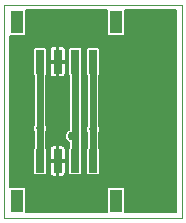
<source format=gtl>
G75*
G70*
%OFA0B0*%
%FSLAX24Y24*%
%IPPOS*%
%LPD*%
%AMOC8*
5,1,8,0,0,1.08239X$1,22.5*
%
%ADD10C,0.0000*%
%ADD11R,0.0276X0.0787*%
%ADD12R,0.0433X0.0748*%
%ADD13C,0.0270*%
%ADD14C,0.0240*%
%ADD15C,0.0300*%
%ADD16C,0.0160*%
%ADD17C,0.0060*%
D10*
X006148Y000333D02*
X006148Y007419D01*
X012054Y007419D01*
X012054Y000333D01*
X006148Y000333D01*
D11*
X007329Y002222D03*
X007920Y002222D03*
X008510Y002222D03*
X009101Y002222D03*
X009101Y005529D03*
X008510Y005529D03*
X007920Y005529D03*
X007329Y005529D03*
D12*
X006561Y006848D03*
X009869Y006848D03*
X009869Y000903D03*
X006561Y000903D03*
D13*
X007329Y001592D03*
X007329Y003325D03*
X009101Y003285D03*
X008943Y006435D03*
D14*
X009101Y005529D02*
X009101Y003285D01*
X009101Y002222D01*
X008510Y002222D02*
X008510Y003049D01*
X008510Y005529D01*
X007329Y005529D02*
X007329Y003325D01*
X007329Y002222D01*
D15*
X008392Y003049D03*
X011266Y002872D03*
D16*
X008510Y003049D02*
X008392Y003049D01*
X007920Y002222D02*
X007880Y002104D01*
D17*
X007890Y002089D02*
X007950Y002089D01*
X007950Y002147D02*
X007890Y002147D01*
X007890Y002192D02*
X007950Y002192D01*
X007950Y002252D01*
X008187Y002252D01*
X008187Y002633D01*
X008179Y002666D01*
X008161Y002696D01*
X008137Y002720D01*
X008108Y002737D01*
X008075Y002746D01*
X007950Y002746D01*
X007950Y002252D01*
X007890Y002252D01*
X007890Y002192D01*
X007890Y001699D01*
X007765Y001699D01*
X007732Y001708D01*
X007702Y001725D01*
X007678Y001749D01*
X007661Y001778D01*
X007652Y001811D01*
X007652Y002192D01*
X007890Y002192D01*
X007890Y002206D02*
X007557Y002206D01*
X007557Y002147D02*
X007652Y002147D01*
X007652Y002089D02*
X007557Y002089D01*
X007557Y002030D02*
X007652Y002030D01*
X007652Y001972D02*
X007557Y001972D01*
X007557Y001913D02*
X007652Y001913D01*
X007652Y001855D02*
X007557Y001855D01*
X007557Y001796D02*
X007656Y001796D01*
X007689Y001738D02*
X006328Y001738D01*
X006328Y001796D02*
X007101Y001796D01*
X007101Y001791D02*
X007154Y001739D01*
X007504Y001739D01*
X007557Y001791D01*
X007557Y002653D01*
X007539Y002671D01*
X007539Y003216D01*
X007554Y003231D01*
X007554Y003418D01*
X007539Y003433D01*
X007539Y005081D01*
X007557Y005098D01*
X007557Y005960D01*
X007504Y006013D01*
X007154Y006013D01*
X007101Y005960D01*
X007101Y005098D01*
X007119Y005081D01*
X007119Y003433D01*
X007104Y003418D01*
X007104Y003231D01*
X007119Y003216D01*
X007119Y002671D01*
X007101Y002653D01*
X007101Y001791D01*
X007101Y001855D02*
X006328Y001855D01*
X006328Y001913D02*
X007101Y001913D01*
X007101Y001972D02*
X006328Y001972D01*
X006328Y002030D02*
X007101Y002030D01*
X007101Y002089D02*
X006328Y002089D01*
X006328Y002147D02*
X007101Y002147D01*
X007101Y002206D02*
X006328Y002206D01*
X006328Y002265D02*
X007101Y002265D01*
X007101Y002323D02*
X006328Y002323D01*
X006328Y002382D02*
X007101Y002382D01*
X007101Y002440D02*
X006328Y002440D01*
X006328Y002499D02*
X007101Y002499D01*
X007101Y002557D02*
X006328Y002557D01*
X006328Y002616D02*
X007101Y002616D01*
X007119Y002674D02*
X006328Y002674D01*
X006328Y002733D02*
X007119Y002733D01*
X007119Y002791D02*
X006328Y002791D01*
X006328Y002850D02*
X007119Y002850D01*
X007119Y002909D02*
X006328Y002909D01*
X006328Y002967D02*
X007119Y002967D01*
X007119Y003026D02*
X006328Y003026D01*
X006328Y003084D02*
X007119Y003084D01*
X007119Y003143D02*
X006328Y003143D01*
X006328Y003201D02*
X007119Y003201D01*
X007104Y003260D02*
X006328Y003260D01*
X006328Y003318D02*
X007104Y003318D01*
X007104Y003377D02*
X006328Y003377D01*
X006328Y003435D02*
X007119Y003435D01*
X007119Y003494D02*
X006328Y003494D01*
X006328Y003552D02*
X007119Y003552D01*
X007119Y003611D02*
X006328Y003611D01*
X006328Y003670D02*
X007119Y003670D01*
X007119Y003728D02*
X006328Y003728D01*
X006328Y003787D02*
X007119Y003787D01*
X007119Y003845D02*
X006328Y003845D01*
X006328Y003904D02*
X007119Y003904D01*
X007119Y003962D02*
X006328Y003962D01*
X006328Y004021D02*
X007119Y004021D01*
X007119Y004079D02*
X006328Y004079D01*
X006328Y004138D02*
X007119Y004138D01*
X007119Y004196D02*
X006328Y004196D01*
X006328Y004255D02*
X007119Y004255D01*
X007119Y004314D02*
X006328Y004314D01*
X006328Y004372D02*
X007119Y004372D01*
X007119Y004431D02*
X006328Y004431D01*
X006328Y004489D02*
X007119Y004489D01*
X007119Y004548D02*
X006328Y004548D01*
X006328Y004606D02*
X007119Y004606D01*
X007119Y004665D02*
X006328Y004665D01*
X006328Y004723D02*
X007119Y004723D01*
X007119Y004782D02*
X006328Y004782D01*
X006328Y004840D02*
X007119Y004840D01*
X007119Y004899D02*
X006328Y004899D01*
X006328Y004958D02*
X007119Y004958D01*
X007119Y005016D02*
X006328Y005016D01*
X006328Y005075D02*
X007119Y005075D01*
X007101Y005133D02*
X006328Y005133D01*
X006328Y005192D02*
X007101Y005192D01*
X007101Y005250D02*
X006328Y005250D01*
X006328Y005309D02*
X007101Y005309D01*
X007101Y005367D02*
X006328Y005367D01*
X006328Y005426D02*
X007101Y005426D01*
X007101Y005484D02*
X006328Y005484D01*
X006328Y005543D02*
X007101Y005543D01*
X007101Y005601D02*
X006328Y005601D01*
X006328Y005660D02*
X007101Y005660D01*
X007101Y005719D02*
X006328Y005719D01*
X006328Y005777D02*
X007101Y005777D01*
X007101Y005836D02*
X006328Y005836D01*
X006328Y005894D02*
X007101Y005894D01*
X007101Y005953D02*
X006328Y005953D01*
X006328Y006011D02*
X007152Y006011D01*
X007506Y006011D02*
X007686Y006011D01*
X007678Y006003D02*
X007661Y005973D01*
X007652Y005940D01*
X007652Y005559D01*
X007890Y005559D01*
X007890Y005499D01*
X007950Y005499D01*
X007950Y005559D01*
X008187Y005559D01*
X008187Y005940D01*
X008179Y005973D01*
X008161Y006003D01*
X008137Y006027D01*
X008108Y006044D01*
X008075Y006053D01*
X007950Y006053D01*
X007950Y005560D01*
X007890Y005560D01*
X007890Y006053D01*
X007765Y006053D01*
X007732Y006044D01*
X007702Y006027D01*
X007678Y006003D01*
X007655Y005953D02*
X007557Y005953D01*
X007557Y005894D02*
X007652Y005894D01*
X007652Y005836D02*
X007557Y005836D01*
X007557Y005777D02*
X007652Y005777D01*
X007652Y005719D02*
X007557Y005719D01*
X007557Y005660D02*
X007652Y005660D01*
X007652Y005601D02*
X007557Y005601D01*
X007557Y005543D02*
X007890Y005543D01*
X007890Y005499D02*
X007652Y005499D01*
X007652Y005119D01*
X007661Y005086D01*
X007678Y005056D01*
X007702Y005032D01*
X007732Y005015D01*
X007765Y005006D01*
X007890Y005006D01*
X007890Y005499D01*
X007890Y005484D02*
X007950Y005484D01*
X007950Y005499D02*
X007950Y005006D01*
X008075Y005006D01*
X008108Y005015D01*
X008137Y005032D01*
X008161Y005056D01*
X008179Y005086D01*
X008187Y005119D01*
X008187Y005499D01*
X007950Y005499D01*
X007950Y005543D02*
X008282Y005543D01*
X008282Y005601D02*
X008187Y005601D01*
X008187Y005660D02*
X008282Y005660D01*
X008282Y005719D02*
X008187Y005719D01*
X008187Y005777D02*
X008282Y005777D01*
X008282Y005836D02*
X008187Y005836D01*
X008187Y005894D02*
X008282Y005894D01*
X008282Y005953D02*
X008184Y005953D01*
X008153Y006011D02*
X008333Y006011D01*
X008335Y006013D02*
X008282Y005960D01*
X008282Y005098D01*
X008300Y005081D01*
X008300Y003271D01*
X008256Y003253D01*
X008189Y003185D01*
X008152Y003097D01*
X008152Y003001D01*
X008189Y002913D01*
X008256Y002846D01*
X008300Y002827D01*
X008300Y002671D01*
X008282Y002653D01*
X008282Y001791D01*
X008335Y001739D01*
X008685Y001739D01*
X008738Y001791D01*
X008738Y002653D01*
X008720Y002671D01*
X008720Y002962D01*
X008720Y005081D01*
X008738Y005098D01*
X008738Y005960D01*
X008685Y006013D01*
X008335Y006013D01*
X008687Y006011D02*
X008924Y006011D01*
X008926Y006013D02*
X008873Y005960D01*
X008873Y005098D01*
X008891Y005081D01*
X008891Y003394D01*
X008876Y003379D01*
X008876Y003192D01*
X008891Y003177D01*
X008891Y002671D01*
X008873Y002653D01*
X008873Y001791D01*
X008926Y001739D01*
X009276Y001739D01*
X009329Y001791D01*
X009329Y002653D01*
X009311Y002671D01*
X009311Y003177D01*
X009326Y003192D01*
X009326Y003379D01*
X009311Y003394D01*
X009311Y005081D01*
X009329Y005098D01*
X009329Y005960D01*
X009276Y006013D01*
X008926Y006013D01*
X008873Y005953D02*
X008738Y005953D01*
X008738Y005894D02*
X008873Y005894D01*
X008873Y005836D02*
X008738Y005836D01*
X008738Y005777D02*
X008873Y005777D01*
X008873Y005719D02*
X008738Y005719D01*
X008738Y005660D02*
X008873Y005660D01*
X008873Y005601D02*
X008738Y005601D01*
X008738Y005543D02*
X008873Y005543D01*
X008873Y005484D02*
X008738Y005484D01*
X008738Y005426D02*
X008873Y005426D01*
X008873Y005367D02*
X008738Y005367D01*
X008738Y005309D02*
X008873Y005309D01*
X008873Y005250D02*
X008738Y005250D01*
X008738Y005192D02*
X008873Y005192D01*
X008873Y005133D02*
X008738Y005133D01*
X008720Y005075D02*
X008891Y005075D01*
X008891Y005016D02*
X008720Y005016D01*
X008720Y004958D02*
X008891Y004958D01*
X008891Y004899D02*
X008720Y004899D01*
X008720Y004840D02*
X008891Y004840D01*
X008891Y004782D02*
X008720Y004782D01*
X008720Y004723D02*
X008891Y004723D01*
X008891Y004665D02*
X008720Y004665D01*
X008720Y004606D02*
X008891Y004606D01*
X008891Y004548D02*
X008720Y004548D01*
X008720Y004489D02*
X008891Y004489D01*
X008891Y004431D02*
X008720Y004431D01*
X008720Y004372D02*
X008891Y004372D01*
X008891Y004314D02*
X008720Y004314D01*
X008720Y004255D02*
X008891Y004255D01*
X008891Y004196D02*
X008720Y004196D01*
X008720Y004138D02*
X008891Y004138D01*
X008891Y004079D02*
X008720Y004079D01*
X008720Y004021D02*
X008891Y004021D01*
X008891Y003962D02*
X008720Y003962D01*
X008720Y003904D02*
X008891Y003904D01*
X008891Y003845D02*
X008720Y003845D01*
X008720Y003787D02*
X008891Y003787D01*
X008891Y003728D02*
X008720Y003728D01*
X008720Y003670D02*
X008891Y003670D01*
X008891Y003611D02*
X008720Y003611D01*
X008720Y003552D02*
X008891Y003552D01*
X008891Y003494D02*
X008720Y003494D01*
X008720Y003435D02*
X008891Y003435D01*
X008876Y003377D02*
X008720Y003377D01*
X008720Y003318D02*
X008876Y003318D01*
X008876Y003260D02*
X008720Y003260D01*
X008720Y003201D02*
X008876Y003201D01*
X008891Y003143D02*
X008720Y003143D01*
X008720Y003084D02*
X008891Y003084D01*
X008891Y003026D02*
X008720Y003026D01*
X008720Y002967D02*
X008891Y002967D01*
X008891Y002909D02*
X008720Y002909D01*
X008720Y002850D02*
X008891Y002850D01*
X008891Y002791D02*
X008720Y002791D01*
X008720Y002733D02*
X008891Y002733D01*
X008891Y002674D02*
X008720Y002674D01*
X008738Y002616D02*
X008873Y002616D01*
X008873Y002557D02*
X008738Y002557D01*
X008738Y002499D02*
X008873Y002499D01*
X008873Y002440D02*
X008738Y002440D01*
X008738Y002382D02*
X008873Y002382D01*
X008873Y002323D02*
X008738Y002323D01*
X008738Y002265D02*
X008873Y002265D01*
X008873Y002206D02*
X008738Y002206D01*
X008738Y002147D02*
X008873Y002147D01*
X008873Y002089D02*
X008738Y002089D01*
X008738Y002030D02*
X008873Y002030D01*
X008873Y001972D02*
X008738Y001972D01*
X008738Y001913D02*
X008873Y001913D01*
X008873Y001855D02*
X008738Y001855D01*
X008738Y001796D02*
X008873Y001796D01*
X009329Y001796D02*
X011857Y001796D01*
X011857Y001738D02*
X008150Y001738D01*
X008161Y001749D02*
X008179Y001778D01*
X008187Y001811D01*
X008187Y002192D01*
X007950Y002192D01*
X007950Y001699D01*
X008075Y001699D01*
X008108Y001708D01*
X008137Y001725D01*
X008161Y001749D01*
X008183Y001796D02*
X008282Y001796D01*
X008282Y001855D02*
X008187Y001855D01*
X008187Y001913D02*
X008282Y001913D01*
X008282Y001972D02*
X008187Y001972D01*
X008187Y002030D02*
X008282Y002030D01*
X008282Y002089D02*
X008187Y002089D01*
X008187Y002147D02*
X008282Y002147D01*
X008282Y002206D02*
X007950Y002206D01*
X007950Y002265D02*
X007890Y002265D01*
X007890Y002252D02*
X007890Y002746D01*
X007765Y002746D01*
X007732Y002737D01*
X007702Y002720D01*
X007678Y002696D01*
X007661Y002666D01*
X007652Y002633D01*
X007652Y002252D01*
X007890Y002252D01*
X007890Y002323D02*
X007950Y002323D01*
X007950Y002382D02*
X007890Y002382D01*
X007890Y002440D02*
X007950Y002440D01*
X007950Y002499D02*
X007890Y002499D01*
X007890Y002557D02*
X007950Y002557D01*
X007950Y002616D02*
X007890Y002616D01*
X007890Y002674D02*
X007950Y002674D01*
X007950Y002733D02*
X007890Y002733D01*
X008115Y002733D02*
X008300Y002733D01*
X008300Y002791D02*
X007539Y002791D01*
X007539Y002733D02*
X007724Y002733D01*
X007665Y002674D02*
X007539Y002674D01*
X007557Y002616D02*
X007652Y002616D01*
X007652Y002557D02*
X007557Y002557D01*
X007557Y002499D02*
X007652Y002499D01*
X007652Y002440D02*
X007557Y002440D01*
X007557Y002382D02*
X007652Y002382D01*
X007652Y002323D02*
X007557Y002323D01*
X007557Y002265D02*
X007652Y002265D01*
X007890Y002030D02*
X007950Y002030D01*
X007950Y001972D02*
X007890Y001972D01*
X007890Y001913D02*
X007950Y001913D01*
X007950Y001855D02*
X007890Y001855D01*
X007890Y001796D02*
X007950Y001796D01*
X007950Y001738D02*
X007890Y001738D01*
X008187Y002265D02*
X008282Y002265D01*
X008282Y002323D02*
X008187Y002323D01*
X008187Y002382D02*
X008282Y002382D01*
X008282Y002440D02*
X008187Y002440D01*
X008187Y002499D02*
X008282Y002499D01*
X008282Y002557D02*
X008187Y002557D01*
X008187Y002616D02*
X008282Y002616D01*
X008300Y002674D02*
X008174Y002674D01*
X008252Y002850D02*
X007539Y002850D01*
X007539Y002909D02*
X008193Y002909D01*
X008166Y002967D02*
X007539Y002967D01*
X007539Y003026D02*
X008152Y003026D01*
X008152Y003084D02*
X007539Y003084D01*
X007539Y003143D02*
X008171Y003143D01*
X008205Y003201D02*
X007539Y003201D01*
X007554Y003260D02*
X008274Y003260D01*
X008300Y003318D02*
X007554Y003318D01*
X007554Y003377D02*
X008300Y003377D01*
X008300Y003435D02*
X007539Y003435D01*
X007539Y003494D02*
X008300Y003494D01*
X008300Y003552D02*
X007539Y003552D01*
X007539Y003611D02*
X008300Y003611D01*
X008300Y003670D02*
X007539Y003670D01*
X007539Y003728D02*
X008300Y003728D01*
X008300Y003787D02*
X007539Y003787D01*
X007539Y003845D02*
X008300Y003845D01*
X008300Y003904D02*
X007539Y003904D01*
X007539Y003962D02*
X008300Y003962D01*
X008300Y004021D02*
X007539Y004021D01*
X007539Y004079D02*
X008300Y004079D01*
X008300Y004138D02*
X007539Y004138D01*
X007539Y004196D02*
X008300Y004196D01*
X008300Y004255D02*
X007539Y004255D01*
X007539Y004314D02*
X008300Y004314D01*
X008300Y004372D02*
X007539Y004372D01*
X007539Y004431D02*
X008300Y004431D01*
X008300Y004489D02*
X007539Y004489D01*
X007539Y004548D02*
X008300Y004548D01*
X008300Y004606D02*
X007539Y004606D01*
X007539Y004665D02*
X008300Y004665D01*
X008300Y004723D02*
X007539Y004723D01*
X007539Y004782D02*
X008300Y004782D01*
X008300Y004840D02*
X007539Y004840D01*
X007539Y004899D02*
X008300Y004899D01*
X008300Y004958D02*
X007539Y004958D01*
X007539Y005016D02*
X007729Y005016D01*
X007667Y005075D02*
X007539Y005075D01*
X007557Y005133D02*
X007652Y005133D01*
X007652Y005192D02*
X007557Y005192D01*
X007557Y005250D02*
X007652Y005250D01*
X007652Y005309D02*
X007557Y005309D01*
X007557Y005367D02*
X007652Y005367D01*
X007652Y005426D02*
X007557Y005426D01*
X007557Y005484D02*
X007652Y005484D01*
X007890Y005426D02*
X007950Y005426D01*
X007950Y005367D02*
X007890Y005367D01*
X007890Y005309D02*
X007950Y005309D01*
X007950Y005250D02*
X007890Y005250D01*
X007890Y005192D02*
X007950Y005192D01*
X007950Y005133D02*
X007890Y005133D01*
X007890Y005075D02*
X007950Y005075D01*
X007950Y005016D02*
X007890Y005016D01*
X008110Y005016D02*
X008300Y005016D01*
X008300Y005075D02*
X008172Y005075D01*
X008187Y005133D02*
X008282Y005133D01*
X008282Y005192D02*
X008187Y005192D01*
X008187Y005250D02*
X008282Y005250D01*
X008282Y005309D02*
X008187Y005309D01*
X008187Y005367D02*
X008282Y005367D01*
X008282Y005426D02*
X008187Y005426D01*
X008187Y005484D02*
X008282Y005484D01*
X007950Y005601D02*
X007890Y005601D01*
X007890Y005660D02*
X007950Y005660D01*
X007950Y005719D02*
X007890Y005719D01*
X007890Y005777D02*
X007950Y005777D01*
X007950Y005836D02*
X007890Y005836D01*
X007890Y005894D02*
X007950Y005894D01*
X007950Y005953D02*
X007890Y005953D01*
X007890Y006011D02*
X007950Y006011D01*
X006868Y006437D02*
X006815Y006384D01*
X006328Y006384D01*
X006328Y001367D01*
X006815Y001367D01*
X006868Y001315D01*
X006868Y000513D01*
X009562Y000513D01*
X009562Y001315D01*
X009615Y001367D01*
X010122Y001367D01*
X010175Y001315D01*
X010175Y000513D01*
X011857Y000513D01*
X011857Y007239D01*
X010175Y007239D01*
X010175Y006437D01*
X010122Y006384D01*
X009615Y006384D01*
X009562Y006437D01*
X009562Y007239D01*
X006868Y007239D01*
X006868Y006437D01*
X006852Y006421D02*
X009578Y006421D01*
X009562Y006480D02*
X006868Y006480D01*
X006868Y006538D02*
X009562Y006538D01*
X009562Y006597D02*
X006868Y006597D01*
X006868Y006655D02*
X009562Y006655D01*
X009562Y006714D02*
X006868Y006714D01*
X006868Y006772D02*
X009562Y006772D01*
X009562Y006831D02*
X006868Y006831D01*
X006868Y006889D02*
X009562Y006889D01*
X009562Y006948D02*
X006868Y006948D01*
X006868Y007007D02*
X009562Y007007D01*
X009562Y007065D02*
X006868Y007065D01*
X006868Y007124D02*
X009562Y007124D01*
X009562Y007182D02*
X006868Y007182D01*
X006328Y006363D02*
X011857Y006363D01*
X011857Y006421D02*
X010159Y006421D01*
X010175Y006480D02*
X011857Y006480D01*
X011857Y006538D02*
X010175Y006538D01*
X010175Y006597D02*
X011857Y006597D01*
X011857Y006655D02*
X010175Y006655D01*
X010175Y006714D02*
X011857Y006714D01*
X011857Y006772D02*
X010175Y006772D01*
X010175Y006831D02*
X011857Y006831D01*
X011857Y006889D02*
X010175Y006889D01*
X010175Y006948D02*
X011857Y006948D01*
X011857Y007007D02*
X010175Y007007D01*
X010175Y007065D02*
X011857Y007065D01*
X011857Y007124D02*
X010175Y007124D01*
X010175Y007182D02*
X011857Y007182D01*
X011857Y006304D02*
X006328Y006304D01*
X006328Y006245D02*
X011857Y006245D01*
X011857Y006187D02*
X006328Y006187D01*
X006328Y006128D02*
X011857Y006128D01*
X011857Y006070D02*
X006328Y006070D01*
X009278Y006011D02*
X011857Y006011D01*
X011857Y005953D02*
X009329Y005953D01*
X009329Y005894D02*
X011857Y005894D01*
X011857Y005836D02*
X009329Y005836D01*
X009329Y005777D02*
X011857Y005777D01*
X011857Y005719D02*
X009329Y005719D01*
X009329Y005660D02*
X011857Y005660D01*
X011857Y005601D02*
X009329Y005601D01*
X009329Y005543D02*
X011857Y005543D01*
X011857Y005484D02*
X009329Y005484D01*
X009329Y005426D02*
X011857Y005426D01*
X011857Y005367D02*
X009329Y005367D01*
X009329Y005309D02*
X011857Y005309D01*
X011857Y005250D02*
X009329Y005250D01*
X009329Y005192D02*
X011857Y005192D01*
X011857Y005133D02*
X009329Y005133D01*
X009311Y005075D02*
X011857Y005075D01*
X011857Y005016D02*
X009311Y005016D01*
X009311Y004958D02*
X011857Y004958D01*
X011857Y004899D02*
X009311Y004899D01*
X009311Y004840D02*
X011857Y004840D01*
X011857Y004782D02*
X009311Y004782D01*
X009311Y004723D02*
X011857Y004723D01*
X011857Y004665D02*
X009311Y004665D01*
X009311Y004606D02*
X011857Y004606D01*
X011857Y004548D02*
X009311Y004548D01*
X009311Y004489D02*
X011857Y004489D01*
X011857Y004431D02*
X009311Y004431D01*
X009311Y004372D02*
X011857Y004372D01*
X011857Y004314D02*
X009311Y004314D01*
X009311Y004255D02*
X011857Y004255D01*
X011857Y004196D02*
X009311Y004196D01*
X009311Y004138D02*
X011857Y004138D01*
X011857Y004079D02*
X009311Y004079D01*
X009311Y004021D02*
X011857Y004021D01*
X011857Y003962D02*
X009311Y003962D01*
X009311Y003904D02*
X011857Y003904D01*
X011857Y003845D02*
X009311Y003845D01*
X009311Y003787D02*
X011857Y003787D01*
X011857Y003728D02*
X009311Y003728D01*
X009311Y003670D02*
X011857Y003670D01*
X011857Y003611D02*
X009311Y003611D01*
X009311Y003552D02*
X011857Y003552D01*
X011857Y003494D02*
X009311Y003494D01*
X009311Y003435D02*
X011857Y003435D01*
X011857Y003377D02*
X009326Y003377D01*
X009326Y003318D02*
X011857Y003318D01*
X011857Y003260D02*
X009326Y003260D01*
X009326Y003201D02*
X011857Y003201D01*
X011857Y003143D02*
X009311Y003143D01*
X009311Y003084D02*
X011857Y003084D01*
X011857Y003026D02*
X009311Y003026D01*
X009311Y002967D02*
X011857Y002967D01*
X011857Y002909D02*
X009311Y002909D01*
X009311Y002850D02*
X011857Y002850D01*
X011857Y002791D02*
X009311Y002791D01*
X009311Y002733D02*
X011857Y002733D01*
X011857Y002674D02*
X009311Y002674D01*
X009329Y002616D02*
X011857Y002616D01*
X011857Y002557D02*
X009329Y002557D01*
X009329Y002499D02*
X011857Y002499D01*
X011857Y002440D02*
X009329Y002440D01*
X009329Y002382D02*
X011857Y002382D01*
X011857Y002323D02*
X009329Y002323D01*
X009329Y002265D02*
X011857Y002265D01*
X011857Y002206D02*
X009329Y002206D01*
X009329Y002147D02*
X011857Y002147D01*
X011857Y002089D02*
X009329Y002089D01*
X009329Y002030D02*
X011857Y002030D01*
X011857Y001972D02*
X009329Y001972D01*
X009329Y001913D02*
X011857Y001913D01*
X011857Y001855D02*
X009329Y001855D01*
X009575Y001328D02*
X006855Y001328D01*
X006868Y001269D02*
X009562Y001269D01*
X009562Y001211D02*
X006868Y001211D01*
X006868Y001152D02*
X009562Y001152D01*
X009562Y001094D02*
X006868Y001094D01*
X006868Y001035D02*
X009562Y001035D01*
X009562Y000977D02*
X006868Y000977D01*
X006868Y000918D02*
X009562Y000918D01*
X009562Y000859D02*
X006868Y000859D01*
X006868Y000801D02*
X009562Y000801D01*
X009562Y000742D02*
X006868Y000742D01*
X006868Y000684D02*
X009562Y000684D01*
X009562Y000625D02*
X006868Y000625D01*
X006868Y000567D02*
X009562Y000567D01*
X010175Y000567D02*
X011857Y000567D01*
X011857Y000625D02*
X010175Y000625D01*
X010175Y000684D02*
X011857Y000684D01*
X011857Y000742D02*
X010175Y000742D01*
X010175Y000801D02*
X011857Y000801D01*
X011857Y000859D02*
X010175Y000859D01*
X010175Y000918D02*
X011857Y000918D01*
X011857Y000977D02*
X010175Y000977D01*
X010175Y001035D02*
X011857Y001035D01*
X011857Y001094D02*
X010175Y001094D01*
X010175Y001152D02*
X011857Y001152D01*
X011857Y001211D02*
X010175Y001211D01*
X010175Y001269D02*
X011857Y001269D01*
X011857Y001328D02*
X010162Y001328D01*
X011857Y001386D02*
X006328Y001386D01*
X006328Y001445D02*
X011857Y001445D01*
X011857Y001503D02*
X006328Y001503D01*
X006328Y001562D02*
X011857Y001562D01*
X011857Y001621D02*
X006328Y001621D01*
X006328Y001679D02*
X011857Y001679D01*
M02*

</source>
